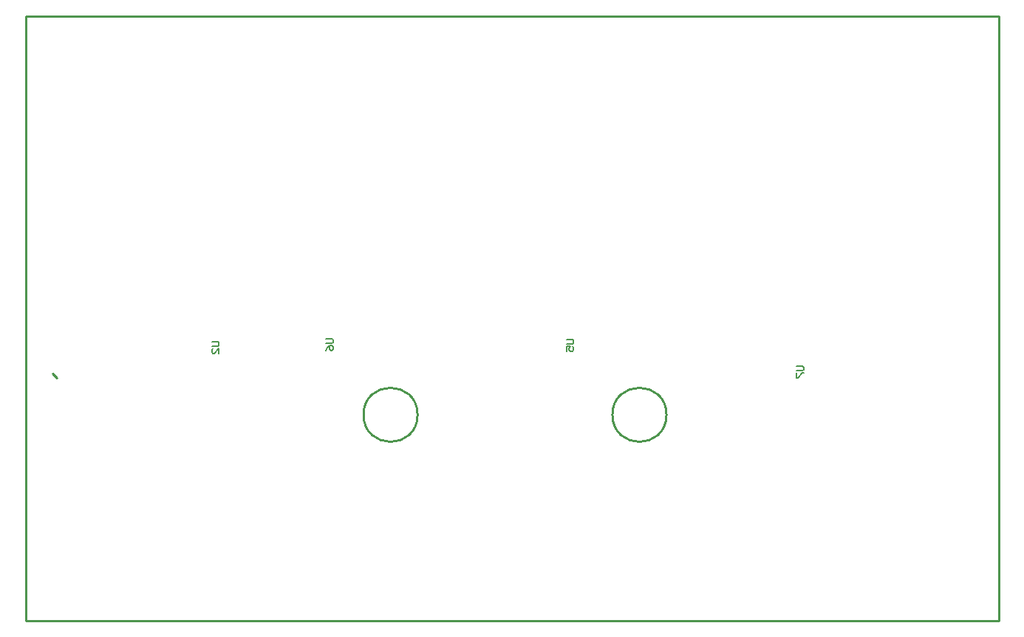
<source format=gm1>
G04*
G04 #@! TF.GenerationSoftware,Altium Limited,Altium Designer,22.10.1 (41)*
G04*
G04 Layer_Color=16711935*
%FSLAX44Y44*%
%MOMM*%
G71*
G04*
G04 #@! TF.SameCoordinates,F6FD88A5-7606-448C-B8D5-CB5F8BF09B0B*
G04*
G04*
G04 #@! TF.FilePolarity,Positive*
G04*
G01*
G75*
%ADD10C,0.2540*%
%ADD61C,0.1500*%
D10*
X459486Y289560D02*
G03*
X459486Y289560I-30988J0D01*
G01*
X744728D02*
G03*
X744728Y289560I-30988J0D01*
G01*
X10160Y53340D02*
X1125220D01*
X10160Y746760D02*
X1125220D01*
Y53340D02*
Y746760D01*
X10160Y53340D02*
Y746760D01*
X40640Y337312D02*
X45720Y332232D01*
D61*
X630193Y375990D02*
X636857D01*
X638190Y374657D01*
Y371991D01*
X636857Y370658D01*
X630193D01*
Y362661D02*
Y367993D01*
X634191D01*
X632858Y365327D01*
Y363994D01*
X634191Y362661D01*
X636857D01*
X638190Y363994D01*
Y366660D01*
X636857Y367993D01*
X223793Y373450D02*
X230457D01*
X231790Y372117D01*
Y369451D01*
X230457Y368118D01*
X223793D01*
X231790Y360121D02*
Y365453D01*
X226458Y360121D01*
X225126D01*
X223793Y361454D01*
Y364120D01*
X225126Y365453D01*
X354603Y376840D02*
X361267D01*
X362600Y375507D01*
Y372841D01*
X361267Y371508D01*
X354603D01*
Y363511D02*
X355936Y366177D01*
X358601Y368843D01*
X361267D01*
X362600Y367510D01*
Y364844D01*
X361267Y363511D01*
X359934D01*
X358601Y364844D01*
Y368843D01*
X893703Y345440D02*
X900367D01*
X901700Y344107D01*
Y341441D01*
X900367Y340108D01*
X893703D01*
Y337443D02*
Y332111D01*
X895035D01*
X900367Y337443D01*
X901700D01*
M02*

</source>
